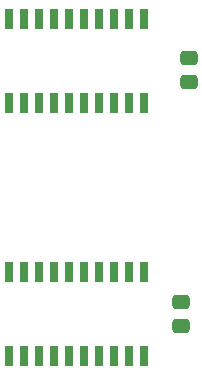
<source format=gtp>
G04 #@! TF.GenerationSoftware,KiCad,Pcbnew,8.0.8*
G04 #@! TF.CreationDate,2025-01-26T13:14:25+09:00*
G04 #@! TF.ProjectId,SyncBoard,53796e63-426f-4617-9264-2e6b69636164,rev?*
G04 #@! TF.SameCoordinates,Original*
G04 #@! TF.FileFunction,Paste,Top*
G04 #@! TF.FilePolarity,Positive*
%FSLAX46Y46*%
G04 Gerber Fmt 4.6, Leading zero omitted, Abs format (unit mm)*
G04 Created by KiCad (PCBNEW 8.0.8) date 2025-01-26 13:14:25*
%MOMM*%
%LPD*%
G01*
G04 APERTURE LIST*
G04 Aperture macros list*
%AMRoundRect*
0 Rectangle with rounded corners*
0 $1 Rounding radius*
0 $2 $3 $4 $5 $6 $7 $8 $9 X,Y pos of 4 corners*
0 Add a 4 corners polygon primitive as box body*
4,1,4,$2,$3,$4,$5,$6,$7,$8,$9,$2,$3,0*
0 Add four circle primitives for the rounded corners*
1,1,$1+$1,$2,$3*
1,1,$1+$1,$4,$5*
1,1,$1+$1,$6,$7*
1,1,$1+$1,$8,$9*
0 Add four rect primitives between the rounded corners*
20,1,$1+$1,$2,$3,$4,$5,0*
20,1,$1+$1,$4,$5,$6,$7,0*
20,1,$1+$1,$6,$7,$8,$9,0*
20,1,$1+$1,$8,$9,$2,$3,0*%
G04 Aperture macros list end*
%ADD10R,0.700000X1.775000*%
%ADD11RoundRect,0.250000X-0.475000X0.337500X-0.475000X-0.337500X0.475000X-0.337500X0.475000X0.337500X0*%
G04 APERTURE END LIST*
D10*
X121765000Y-75387000D03*
X120495000Y-75387000D03*
X119225000Y-75387000D03*
X117955000Y-75387000D03*
X116685000Y-75387000D03*
X115415000Y-75387000D03*
X114145000Y-75387000D03*
X112875000Y-75387000D03*
X111605000Y-75387000D03*
X110335000Y-75387000D03*
X110335000Y-82463000D03*
X111605000Y-82463000D03*
X112875000Y-82463000D03*
X114145000Y-82463000D03*
X115415000Y-82463000D03*
X116685000Y-82463000D03*
X117955000Y-82463000D03*
X119225000Y-82463000D03*
X120495000Y-82463000D03*
X121765000Y-82463000D03*
X121765000Y-53975000D03*
X120495000Y-53975000D03*
X119225000Y-53975000D03*
X117955000Y-53975000D03*
X116685000Y-53975000D03*
X115415000Y-53975000D03*
X114145000Y-53975000D03*
X112875000Y-53975000D03*
X111605000Y-53975000D03*
X110335000Y-53975000D03*
X110335000Y-61051000D03*
X111605000Y-61051000D03*
X112875000Y-61051000D03*
X114145000Y-61051000D03*
X115415000Y-61051000D03*
X116685000Y-61051000D03*
X117955000Y-61051000D03*
X119225000Y-61051000D03*
X120495000Y-61051000D03*
X121765000Y-61051000D03*
D11*
X124940000Y-79962500D03*
X124940000Y-77887500D03*
X125575000Y-59325500D03*
X125575000Y-57250500D03*
M02*

</source>
